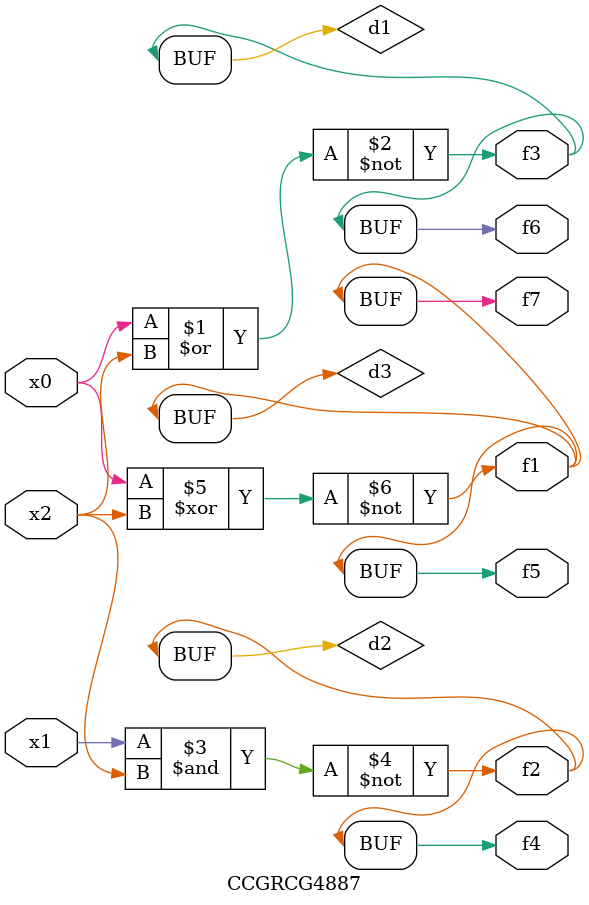
<source format=v>
module CCGRCG4887(
	input x0, x1, x2,
	output f1, f2, f3, f4, f5, f6, f7
);

	wire d1, d2, d3;

	nor (d1, x0, x2);
	nand (d2, x1, x2);
	xnor (d3, x0, x2);
	assign f1 = d3;
	assign f2 = d2;
	assign f3 = d1;
	assign f4 = d2;
	assign f5 = d3;
	assign f6 = d1;
	assign f7 = d3;
endmodule

</source>
